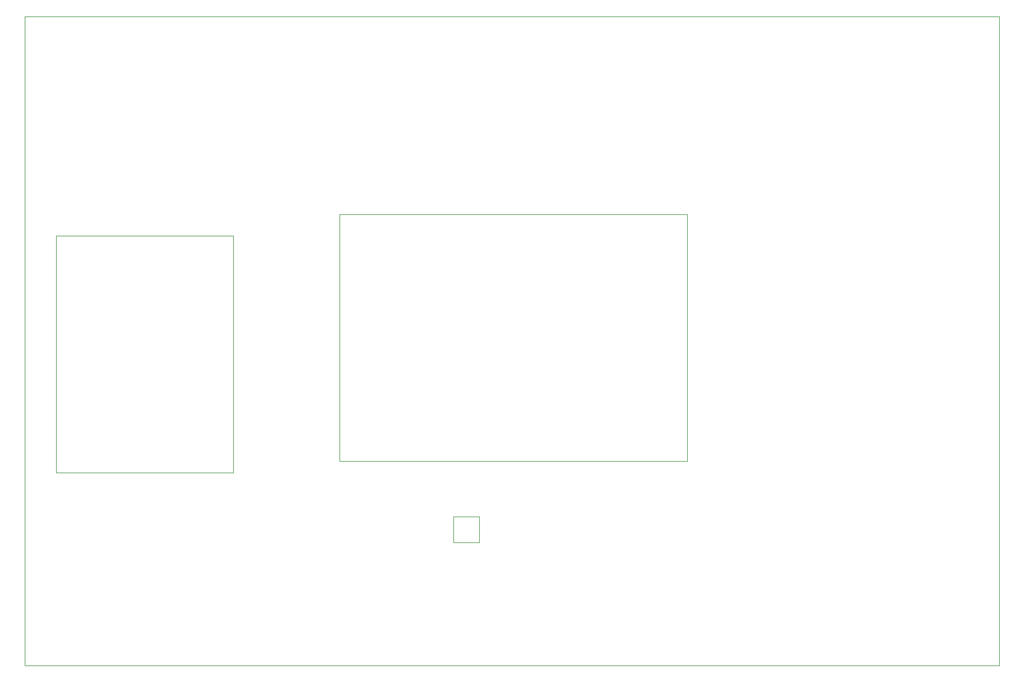
<source format=gbr>
%TF.GenerationSoftware,KiCad,Pcbnew,8.0.0*%
%TF.CreationDate,2024-05-22T20:52:51+02:00*%
%TF.ProjectId,Game_Board_v1,47616d65-5f42-46f6-9172-645f76312e6b,rev?*%
%TF.SameCoordinates,Original*%
%TF.FileFunction,Profile,NP*%
%FSLAX46Y46*%
G04 Gerber Fmt 4.6, Leading zero omitted, Abs format (unit mm)*
G04 Created by KiCad (PCBNEW 8.0.0) date 2024-05-22 20:52:51*
%MOMM*%
%LPD*%
G01*
G04 APERTURE LIST*
%TA.AperFunction,Profile*%
%ADD10C,0.050000*%
%TD*%
G04 APERTURE END LIST*
D10*
X132000000Y-63500000D02*
X282000000Y-63500000D01*
X282000000Y-163500000D01*
X132000000Y-163500000D01*
X132000000Y-63500000D01*
X136850000Y-97300000D02*
X164100000Y-97300000D01*
X164100000Y-133800000D01*
X136850000Y-133800000D01*
X136850000Y-97300000D01*
X198000000Y-140500000D02*
X202000000Y-140500000D01*
X202000000Y-144500000D01*
X198000000Y-144500000D01*
X198000000Y-140500000D01*
X180500000Y-94000000D02*
X234000000Y-94000000D01*
X234000000Y-132000000D01*
X180500000Y-132000000D01*
X180500000Y-94000000D01*
M02*

</source>
